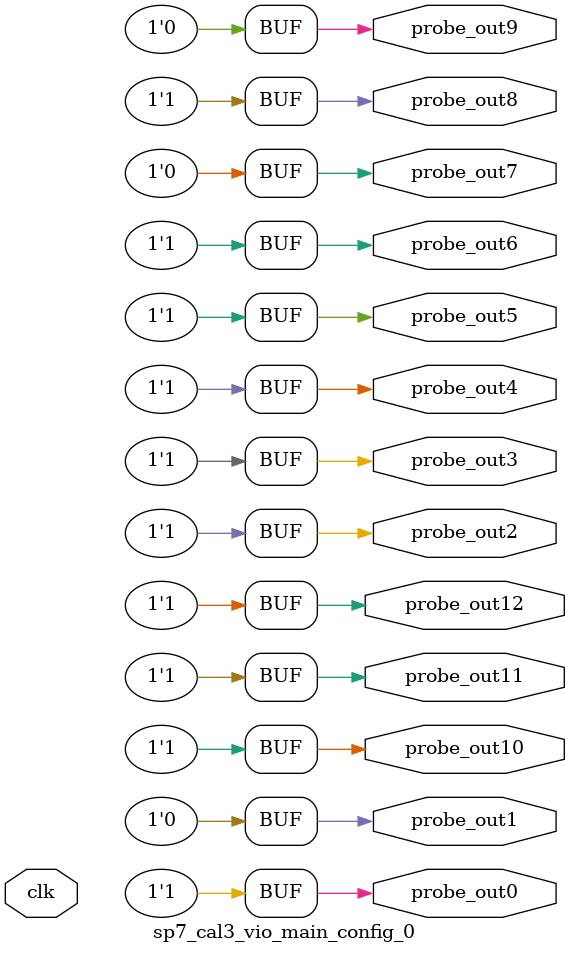
<source format=v>
`timescale 1ns / 1ps
module sp7_cal3_vio_main_config_0 (
clk,

probe_out0,
probe_out1,
probe_out2,
probe_out3,
probe_out4,
probe_out5,
probe_out6,
probe_out7,
probe_out8,
probe_out9,
probe_out10,
probe_out11,
probe_out12
);

input clk;

output reg [0 : 0] probe_out0 = 'h1 ;
output reg [0 : 0] probe_out1 = 'h0 ;
output reg [0 : 0] probe_out2 = 'h1 ;
output reg [0 : 0] probe_out3 = 'h1 ;
output reg [0 : 0] probe_out4 = 'h1 ;
output reg [0 : 0] probe_out5 = 'h1 ;
output reg [0 : 0] probe_out6 = 'h1 ;
output reg [0 : 0] probe_out7 = 'h0 ;
output reg [0 : 0] probe_out8 = 'h1 ;
output reg [0 : 0] probe_out9 = 'h0 ;
output reg [0 : 0] probe_out10 = 'h1 ;
output reg [0 : 0] probe_out11 = 'h1 ;
output reg [0 : 0] probe_out12 = 'h1 ;


endmodule

</source>
